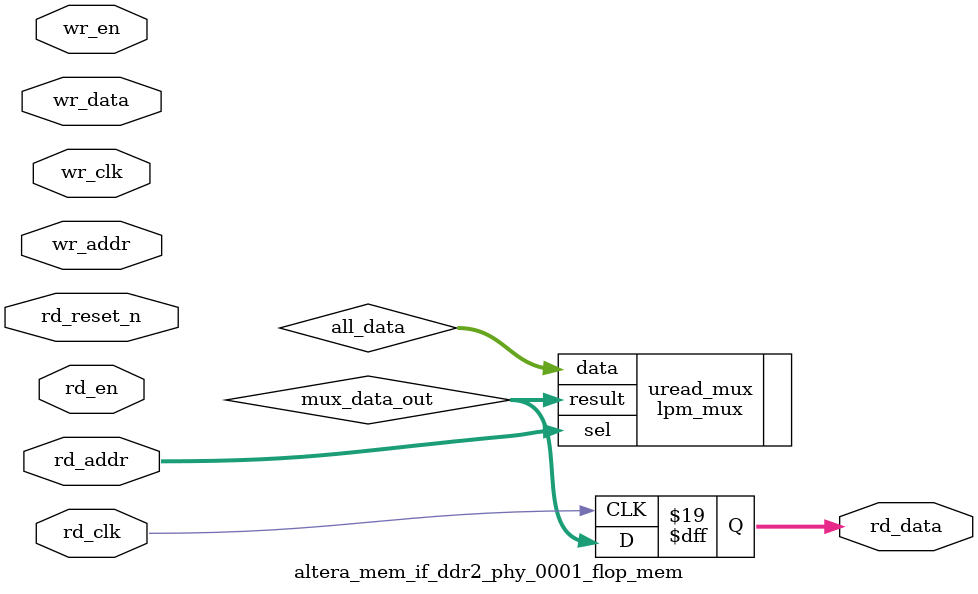
<source format=v>


(* altera_attribute = "-name ALLOW_SYNCH_CTRL_USAGE ON;-name AUTO_CLOCK_ENABLE_RECOGNITION ON" *)
module altera_mem_if_ddr2_phy_0001_flop_mem(
	wr_clk,
	wr_en,
	wr_addr,
	wr_data,
	rd_reset_n,
	rd_clk,
	rd_en,
	rd_addr,
	rd_data
);

parameter WRITE_MEM_DEPTH	= "";
parameter WRITE_ADDR_WIDTH	= "";
parameter WRITE_DATA_WIDTH	= "";
parameter READ_MEM_DEPTH	= "";
parameter READ_ADDR_WIDTH	= "";		 
parameter READ_DATA_WIDTH	= "";


input	wr_clk;
input	wr_en;
input	[WRITE_ADDR_WIDTH-1:0] wr_addr;
input	[WRITE_DATA_WIDTH-1:0] wr_data;
input	rd_reset_n;
input	rd_clk;
input	rd_en;
input	[READ_ADDR_WIDTH-1:0] rd_addr;
output	[READ_DATA_WIDTH-1:0] rd_data;



wire	[WRITE_MEM_DEPTH-1:0] wr_decode;
wire	[WRITE_DATA_WIDTH*WRITE_MEM_DEPTH-1:0] all_data;
wire	[READ_DATA_WIDTH-1:0] mux_data_out;



// declare a memory with WRITE_MEM_DEPTH entries
// each entry contains a data size of WRITE_DATA_WIDTH
reg	[WRITE_DATA_WIDTH-1:0] data_stored [0:WRITE_MEM_DEPTH-1] /* synthesis syn_preserve = 1 */;
reg	[READ_DATA_WIDTH-1:0] rd_data;

always @(posedge wr_clk)
begin
	if(wr_en)
		data_stored[wr_addr] <= wr_data;
end

generate
genvar entry;

	for (entry=0; entry < WRITE_MEM_DEPTH; entry=entry+1)
	begin: mem_location
		assign all_data[(WRITE_DATA_WIDTH*(entry+1)-1) : (WRITE_DATA_WIDTH*entry)] = data_stored[entry]; 
	end
endgenerate

	// mux to select the correct output data based on read address
	lpm_mux	uread_mux(
		.sel (rd_addr),
		.data (all_data),
		.result (mux_data_out)
		// synopsys translate_off
		,
		.aclr (),
		.clken (),
		.clock ()
		// synopsys translate_on
		);
     defparam uread_mux.lpm_size = READ_MEM_DEPTH;
     defparam uread_mux.lpm_type = "LPM_MUX";
     defparam uread_mux.lpm_width = READ_DATA_WIDTH;
     defparam uread_mux.lpm_widths = READ_ADDR_WIDTH;

	always @(posedge rd_clk)	
	begin
		rd_data <= mux_data_out;
	end

endmodule

</source>
